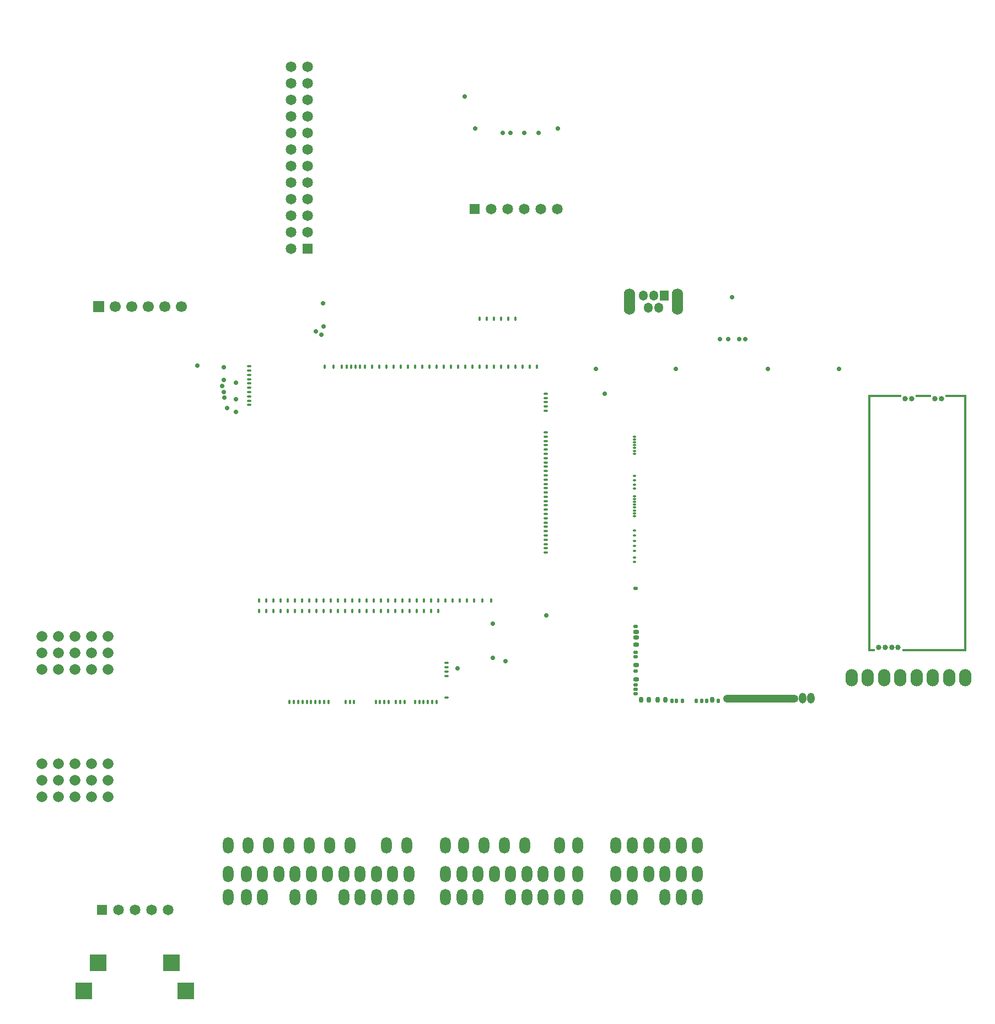
<source format=gbs>
G04*
G04 #@! TF.GenerationSoftware,Altium Limited,Altium Designer,20.2.7 (254)*
G04*
G04 Layer_Color=16711935*
%FSLAX25Y25*%
%MOIN*%
G70*
G04*
G04 #@! TF.SameCoordinates,AEADB8A6-E672-494B-8C1A-D0E3FC83B13A*
G04*
G04*
G04 #@! TF.FilePolarity,Negative*
G04*
G01*
G75*
%ADD63R,0.04291X0.01535*%
%ADD64R,0.01535X1.55079*%
%ADD65R,0.09409X0.01535*%
%ADD66R,0.12756X0.01535*%
%ADD67R,0.20433X0.01535*%
%ADD80O,0.04488X0.06457*%
%ADD81O,0.03701X0.02913*%
%ADD92O,0.06850X0.15906*%
%ADD93O,0.05276X0.06063*%
%ADD94R,0.05276X0.06063*%
%ADD95R,0.10394X0.10394*%
%ADD96C,0.06457*%
%ADD97R,0.06457X0.06457*%
%ADD98O,0.07441X0.10394*%
%ADD99C,0.03307*%
%ADD100C,0.02913*%
%ADD101C,0.06551*%
%ADD102C,0.00551*%
%ADD103O,0.06457X0.10000*%
%ADD104C,0.06693*%
%ADD105R,0.06693X0.06693*%
%ADD106R,0.06457X0.06457*%
%ADD213R,0.38937X0.01535*%
G04:AMPARAMS|DCode=214|XSize=15.35mil|YSize=25.2mil|CornerRadius=7.68mil|HoleSize=0mil|Usage=FLASHONLY|Rotation=90.000|XOffset=0mil|YOffset=0mil|HoleType=Round|Shape=RoundedRectangle|*
%AMROUNDEDRECTD214*
21,1,0.01535,0.00984,0,0,90.0*
21,1,0.00000,0.02520,0,0,90.0*
1,1,0.01535,0.00492,0.00000*
1,1,0.01535,0.00492,0.00000*
1,1,0.01535,-0.00492,0.00000*
1,1,0.01535,-0.00492,0.00000*
%
%ADD214ROUNDEDRECTD214*%
G04:AMPARAMS|DCode=215|XSize=15.35mil|YSize=25.2mil|CornerRadius=7.68mil|HoleSize=0mil|Usage=FLASHONLY|Rotation=0.000|XOffset=0mil|YOffset=0mil|HoleType=Round|Shape=RoundedRectangle|*
%AMROUNDEDRECTD215*
21,1,0.01535,0.00984,0,0,0.0*
21,1,0.00000,0.02520,0,0,0.0*
1,1,0.01535,0.00000,-0.00492*
1,1,0.01535,0.00000,-0.00492*
1,1,0.01535,0.00000,0.00492*
1,1,0.01535,0.00000,0.00492*
%
%ADD215ROUNDEDRECTD215*%
%ADD216O,0.02126X0.01339*%
%ADD217O,0.02913X0.02126*%
%ADD218O,0.02913X0.03701*%
%ADD219O,0.45433X0.04882*%
%ADD220O,0.02126X0.02913*%
D63*
X531988Y227756D02*
D03*
D64*
X588681Y304528D02*
D03*
X530610D02*
D03*
D65*
X563484Y381299D02*
D03*
D66*
X583071D02*
D03*
D67*
X540059D02*
D03*
D80*
X495282Y198873D02*
D03*
X490337D02*
D03*
D81*
X389652Y238834D02*
D03*
Y235389D02*
D03*
Y231156D02*
D03*
Y218853D02*
D03*
Y209896D02*
D03*
D92*
X385881Y438385D02*
D03*
X414818D02*
D03*
D93*
X397200Y434645D02*
D03*
X403499D02*
D03*
X394050Y442125D02*
D03*
X400350D02*
D03*
D94*
X406649D02*
D03*
D95*
X108858Y38878D02*
D03*
X64370D02*
D03*
X117323Y21654D02*
D03*
X55905D02*
D03*
D96*
X106614Y70866D02*
D03*
X96614D02*
D03*
X86614D02*
D03*
X76614D02*
D03*
X342126Y494488D02*
D03*
X332126D02*
D03*
X322126D02*
D03*
X312126D02*
D03*
X302126D02*
D03*
X181142Y580472D02*
D03*
X191142D02*
D03*
X181142Y570472D02*
D03*
X191142D02*
D03*
X181142Y560472D02*
D03*
X191142D02*
D03*
X181142Y550472D02*
D03*
X191142D02*
D03*
X181142Y540472D02*
D03*
X191142D02*
D03*
X181142Y530472D02*
D03*
X191142D02*
D03*
X181142Y520472D02*
D03*
X191142D02*
D03*
X181142Y510472D02*
D03*
X191142D02*
D03*
X181142Y500472D02*
D03*
X191142D02*
D03*
X181142Y490472D02*
D03*
X191142D02*
D03*
X181142Y480472D02*
D03*
X191142D02*
D03*
X181142Y470472D02*
D03*
D97*
X66614Y70866D02*
D03*
X292126Y494488D02*
D03*
D98*
X529823Y211122D02*
D03*
X569193D02*
D03*
X588878D02*
D03*
X579035D02*
D03*
X559350D02*
D03*
X549508D02*
D03*
X539665D02*
D03*
X519980D02*
D03*
D99*
X552559Y379823D02*
D03*
X556496D02*
D03*
X570472D02*
D03*
X574409D02*
D03*
X548228Y229232D02*
D03*
X544291D02*
D03*
X540354D02*
D03*
X536417D02*
D03*
D100*
X303219Y223002D02*
D03*
X335531Y248819D02*
D03*
X310630Y221063D02*
D03*
X281693Y216634D02*
D03*
X303150Y243602D02*
D03*
X286122Y562225D02*
D03*
X313583Y540276D02*
D03*
X330906D02*
D03*
X322146D02*
D03*
X292323Y542914D02*
D03*
X308957Y540276D02*
D03*
X342339Y542949D02*
D03*
X200374Y437323D02*
D03*
X200669Y423347D02*
D03*
X199488Y418327D02*
D03*
X196043Y420394D02*
D03*
X447756Y441043D02*
D03*
X445571Y415748D02*
D03*
X440551D02*
D03*
X455610D02*
D03*
X452067D02*
D03*
X365302Y397638D02*
D03*
X413583D02*
D03*
X370768Y382677D02*
D03*
X512402Y397638D02*
D03*
X469488D02*
D03*
X140413Y391142D02*
D03*
X147638Y389468D02*
D03*
X139567Y387303D02*
D03*
X140413Y383858D02*
D03*
X147638Y379232D02*
D03*
X140709Y380512D02*
D03*
X142480Y374114D02*
D03*
X147638Y371555D02*
D03*
X140354Y398622D02*
D03*
X124311Y399803D02*
D03*
D101*
X30315Y139016D02*
D03*
X40315D02*
D03*
X50315D02*
D03*
X60315D02*
D03*
X70315D02*
D03*
X30315Y149016D02*
D03*
X70315D02*
D03*
X60315D02*
D03*
X50315D02*
D03*
X40315D02*
D03*
Y159016D02*
D03*
X50315D02*
D03*
X60315D02*
D03*
X70315D02*
D03*
X30315D02*
D03*
Y215945D02*
D03*
X40315D02*
D03*
X50315D02*
D03*
X60315D02*
D03*
X70315D02*
D03*
X30315Y225945D02*
D03*
X70315D02*
D03*
X60315D02*
D03*
X50315D02*
D03*
X40315D02*
D03*
Y235945D02*
D03*
X50315D02*
D03*
X60315D02*
D03*
X70315D02*
D03*
X30315D02*
D03*
D102*
X460630Y27559D02*
D03*
X86614D02*
D03*
X173622Y56890D02*
D03*
X397244D02*
D03*
X135256Y484803D02*
D03*
X44272D02*
D03*
X19879Y279921D02*
D03*
X586614Y20079D02*
D03*
Y605905D02*
D03*
X19685D02*
D03*
Y20079D02*
D03*
D103*
X142913Y92520D02*
D03*
Y78347D02*
D03*
X153937Y92520D02*
D03*
Y78347D02*
D03*
X163779Y92520D02*
D03*
Y78347D02*
D03*
X173622Y92520D02*
D03*
X183465D02*
D03*
Y78347D02*
D03*
X193307Y92520D02*
D03*
Y78347D02*
D03*
X203150Y92520D02*
D03*
X212992Y78347D02*
D03*
Y92520D02*
D03*
X222835Y78347D02*
D03*
Y92520D02*
D03*
X232677Y78347D02*
D03*
Y92520D02*
D03*
X242520Y78347D02*
D03*
Y92520D02*
D03*
X238858Y109843D02*
D03*
X252362Y78347D02*
D03*
Y92520D02*
D03*
X251181Y109843D02*
D03*
X274409Y78347D02*
D03*
Y92520D02*
D03*
Y109843D02*
D03*
X284252Y78347D02*
D03*
Y92520D02*
D03*
X285433Y109843D02*
D03*
X294094Y78347D02*
D03*
Y92520D02*
D03*
X303937D02*
D03*
X297756Y109843D02*
D03*
X313779Y78347D02*
D03*
Y92520D02*
D03*
X310079Y109843D02*
D03*
X323622Y78347D02*
D03*
Y92520D02*
D03*
X322402Y109843D02*
D03*
X333465Y78347D02*
D03*
Y92520D02*
D03*
X343307Y78347D02*
D03*
Y92520D02*
D03*
Y109843D02*
D03*
X354331Y78347D02*
D03*
Y92520D02*
D03*
Y109843D02*
D03*
X377559Y78347D02*
D03*
Y92520D02*
D03*
Y109843D02*
D03*
X387402Y78347D02*
D03*
Y92520D02*
D03*
Y109843D02*
D03*
X397244Y92520D02*
D03*
X407087Y78347D02*
D03*
Y92520D02*
D03*
Y109843D02*
D03*
X416929Y78347D02*
D03*
Y92520D02*
D03*
X426772Y78347D02*
D03*
Y92520D02*
D03*
X416929Y109843D02*
D03*
X426772D02*
D03*
X216850D02*
D03*
X204528D02*
D03*
X192205D02*
D03*
X179882D02*
D03*
X167559D02*
D03*
X155236D02*
D03*
X142913D02*
D03*
X397244D02*
D03*
D104*
X114764Y435433D02*
D03*
X104764D02*
D03*
X94764D02*
D03*
X84764D02*
D03*
X74764D02*
D03*
D105*
X64764D02*
D03*
D106*
X191142Y470472D02*
D03*
D213*
X569980Y227756D02*
D03*
D214*
X275000Y199127D02*
D03*
Y219914D02*
D03*
Y217316D02*
D03*
Y214717D02*
D03*
Y212119D02*
D03*
X155807Y396693D02*
D03*
Y399291D02*
D03*
Y375905D02*
D03*
Y378504D02*
D03*
Y381102D02*
D03*
Y383701D02*
D03*
Y386299D02*
D03*
Y388898D02*
D03*
Y391496D02*
D03*
Y394094D02*
D03*
X335047Y307421D02*
D03*
Y310020D02*
D03*
Y312618D02*
D03*
Y315216D02*
D03*
Y317815D02*
D03*
Y320413D02*
D03*
Y323012D02*
D03*
Y325610D02*
D03*
Y328209D02*
D03*
Y330807D02*
D03*
Y333405D02*
D03*
Y336004D02*
D03*
Y338602D02*
D03*
Y341201D02*
D03*
Y343799D02*
D03*
Y346398D02*
D03*
Y348996D02*
D03*
Y351594D02*
D03*
Y354193D02*
D03*
Y356791D02*
D03*
Y359390D02*
D03*
Y372382D02*
D03*
Y382776D02*
D03*
Y380177D02*
D03*
Y377579D02*
D03*
Y374980D02*
D03*
Y286634D02*
D03*
Y289232D02*
D03*
Y291831D02*
D03*
Y294429D02*
D03*
Y297027D02*
D03*
Y299626D02*
D03*
Y302224D02*
D03*
Y304823D02*
D03*
D215*
X174724Y251287D02*
D03*
X170394D02*
D03*
X166063D02*
D03*
X161732D02*
D03*
X269012Y196319D02*
D03*
X266413D02*
D03*
X263815D02*
D03*
X261217D02*
D03*
X258618D02*
D03*
X256020D02*
D03*
X249717D02*
D03*
X247118D02*
D03*
X244520D02*
D03*
X240107D02*
D03*
X237508D02*
D03*
X234910D02*
D03*
X232311D02*
D03*
X219217D02*
D03*
X216618D02*
D03*
X214020D02*
D03*
X203602D02*
D03*
X201004D02*
D03*
X198406D02*
D03*
X195807D02*
D03*
X193209D02*
D03*
X190610D02*
D03*
X188012D02*
D03*
X185413D02*
D03*
X182815D02*
D03*
X180217D02*
D03*
X179055Y251287D02*
D03*
X183386D02*
D03*
X187716D02*
D03*
X192047D02*
D03*
X196378D02*
D03*
X200709D02*
D03*
X205039D02*
D03*
X209370D02*
D03*
X213701D02*
D03*
X218031D02*
D03*
X222362D02*
D03*
X226693D02*
D03*
X231024D02*
D03*
X235354D02*
D03*
X239685D02*
D03*
X244016D02*
D03*
X248346D02*
D03*
X252677D02*
D03*
X257008D02*
D03*
X261338D02*
D03*
X265669D02*
D03*
X270000D02*
D03*
X329626Y399024D02*
D03*
X161752Y257571D02*
D03*
X183406D02*
D03*
X187736D02*
D03*
X312303Y399024D02*
D03*
X307972D02*
D03*
X303642D02*
D03*
X299311D02*
D03*
X294980D02*
D03*
X290650D02*
D03*
X286319D02*
D03*
X281988D02*
D03*
X277657D02*
D03*
X273327D02*
D03*
X268996D02*
D03*
X264665D02*
D03*
X260335D02*
D03*
X256004D02*
D03*
X251673D02*
D03*
X247342D02*
D03*
X243012D02*
D03*
X238681D02*
D03*
X234350D02*
D03*
X230020D02*
D03*
X225689D02*
D03*
X222638D02*
D03*
X201398D02*
D03*
X206594D02*
D03*
X211791D02*
D03*
X217402D02*
D03*
X192067Y257571D02*
D03*
X196398D02*
D03*
X200729D02*
D03*
X205059D02*
D03*
X209390D02*
D03*
X213721D02*
D03*
X218051D02*
D03*
X222382D02*
D03*
X226713D02*
D03*
X231043D02*
D03*
X235374D02*
D03*
X239705D02*
D03*
X244036D02*
D03*
X248366D02*
D03*
X252697D02*
D03*
X257028D02*
D03*
X261358D02*
D03*
X265689D02*
D03*
X270020D02*
D03*
X274350D02*
D03*
X278681D02*
D03*
X283012D02*
D03*
X302067D02*
D03*
X296870D02*
D03*
X291673D02*
D03*
X287343D02*
D03*
X166083D02*
D03*
X170414D02*
D03*
X174744D02*
D03*
X179075D02*
D03*
X325295Y399024D02*
D03*
X320964D02*
D03*
X316634D02*
D03*
X214784D02*
D03*
X220020D02*
D03*
X295079Y428051D02*
D03*
X299409D02*
D03*
X303740D02*
D03*
X308071D02*
D03*
X312402D02*
D03*
X316732D02*
D03*
D216*
X388864Y356845D02*
D03*
Y355113D02*
D03*
Y353381D02*
D03*
Y351648D02*
D03*
Y349916D02*
D03*
Y348184D02*
D03*
Y346452D02*
D03*
Y333046D02*
D03*
Y330448D02*
D03*
Y327849D02*
D03*
Y325251D02*
D03*
Y320822D02*
D03*
Y319089D02*
D03*
Y317357D02*
D03*
Y315625D02*
D03*
Y313893D02*
D03*
Y312160D02*
D03*
Y310428D02*
D03*
Y308696D02*
D03*
Y300054D02*
D03*
Y296921D02*
D03*
Y293771D02*
D03*
Y290621D02*
D03*
Y281078D02*
D03*
Y283676D02*
D03*
Y287849D02*
D03*
D217*
X389278Y265113D02*
D03*
Y242082D02*
D03*
Y201256D02*
D03*
Y203991D02*
D03*
Y206669D02*
D03*
Y215035D02*
D03*
Y223873D02*
D03*
Y226432D02*
D03*
D218*
X392821Y197593D02*
D03*
X397447D02*
D03*
X402762D02*
D03*
X407388D02*
D03*
X435734Y197593D02*
D03*
D219*
X464967Y198381D02*
D03*
D220*
X439573Y197200D02*
D03*
X432310D02*
D03*
X425913D02*
D03*
X411404D02*
D03*
X414200D02*
D03*
X417743D02*
D03*
X429435D02*
D03*
M02*

</source>
